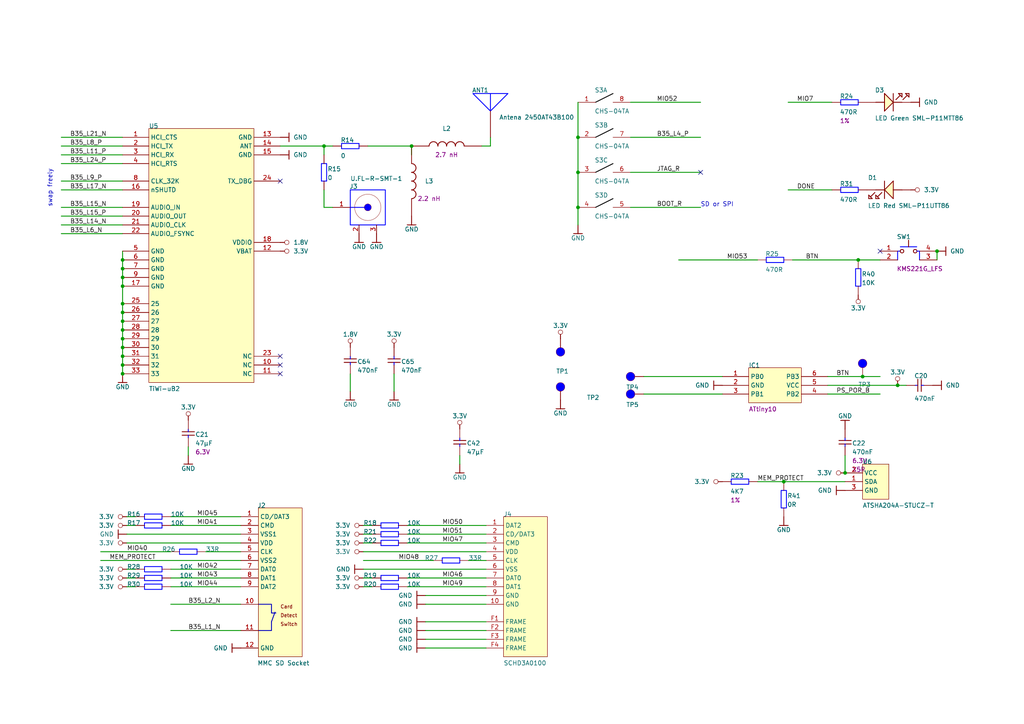
<source format=kicad_sch>
(kicad_sch (version 20230121) (generator eeschema)
  (paper "A4")
  (title_block (title "ZoM Mod A - OnBoard Peripherals") (date "12/16/2014") (rev "01"))
  (junction (at 35.56 93.1672))
  (junction (at 167.64 49.9872))
  (junction (at 35.56 80.4672))
  (junction (at 35.56 75.3872))
  (junction (at 35.56 77.9272))
  (junction (at 35.56 90.6272))
  (junction (at 248.92 75.3872))
  (junction (at 167.64 60.1472))
  (junction (at 35.56 98.2472))
  (junction (at 167.64 39.8272))
  (junction (at 35.56 105.8672))
  (junction (at 35.56 100.7872))
  (junction (at 35.56 88.0872))
  (junction (at 250.19 109.22))
  (junction (at 260.35 111.76))
  (junction (at 35.56 83.0072))
  (junction (at 227.33 139.7))
  (junction (at 35.56 95.7072))
  (junction (at 35.56 103.3272))
  (junction (at 271.78 72.8472))
  (junction (at 245.11 137.16))
  (junction (at 35.56 108.4072))
  (junction (at 93.98 42.3672))
  (junction (at 119.38 42.3672))
  (no_connect (at 81.28 52.5272))
  (no_connect (at 203.2 49.9872))
  (no_connect (at 81.28 108.4072))
  (no_connect (at 81.28 105.8672))
  (no_connect (at 81.28 103.3272))
  (no_connect (at 255.27 72.8472))
  (wire (pts (xy 255.27 75.3872) (xy 248.92 75.3872)) (stroke (width 0.254)))
  (wire (pts (xy 35.56 65.2272) (xy 17.78 65.2272)) (stroke (width 0.254)))
  (wire (pts (xy 140.97 182.88) (xy 123.444 182.88)) (stroke (width 0.254)))
  (wire (pts (xy 140.97 167.64) (xy 118.11 167.64)) (stroke (width 0.254)))
  (wire (pts (xy 35.56 77.9272) (xy 35.56 80.4672)) (stroke (width 0.254)))
  (wire (pts (xy 35.56 93.1672) (xy 35.56 95.7072)) (stroke (width 0.254)))
  (wire (pts (xy 167.64 49.9872) (xy 167.64 60.1472)) (stroke (width 0.254)))
  (wire (pts (xy 140.97 185.42) (xy 123.444 185.42)) (stroke (width 0.254)))
  (wire (pts (xy 101.6 113.4872) (xy 101.6 108.4072)) (stroke (width 0.254)))
  (wire (pts (xy 35.56 42.3672) (xy 17.78 42.3672)) (stroke (width 0.254)))
  (wire (pts (xy 209.55 114.3) (xy 186.69 114.3)) (stroke (width 0.254)))
  (wire (pts (xy 245.11 139.7) (xy 227.33 139.7)) (stroke (width 0.254)))
  (wire (pts (xy 35.56 62.6872) (xy 17.78 62.6872)) (stroke (width 0.254)))
  (wire (pts (xy 36.83 170.18) (xy 39.37 170.18)) (stroke (width 0.254)))
  (wire (pts (xy 93.98 60.1472) (xy 93.98 55.0672)) (stroke (width 0.254)))
  (wire (pts (xy 219.71 75.3872) (xy 196.85 75.3872)) (stroke (width 0.254)))
  (wire (pts (xy 35.56 80.4672) (xy 35.56 83.0072)) (stroke (width 0.254)))
  (wire (pts (xy 35.56 55.0672) (xy 17.78 55.0672)) (stroke (width 0.254)))
  (wire (pts (xy 105.41 152.4) (xy 107.95 152.4)) (stroke (width 0.254)))
  (wire (pts (xy 105.41 162.56) (xy 125.73 162.56)) (stroke (width 0.254)))
  (wire (pts (xy 260.35 111.76) (xy 262.89 111.76)) (stroke (width 0.254)))
  (wire (pts (xy 203.2 60.1472) (xy 182.88 60.1472)) (stroke (width 0.254)))
  (wire (pts (xy 69.85 162.56) (xy 29.21 162.56)) (stroke (width 0.254)))
  (wire (pts (xy 240.03 109.22) (xy 250.19 109.22)) (stroke (width 0.254)))
  (wire (pts (xy 140.97 160.02) (xy 105.41 160.02)) (stroke (width 0.254)))
  (wire (pts (xy 106.68 42.3672) (xy 119.38 42.3672)) (stroke (width 0.254)))
  (wire (pts (xy 36.83 154.94) (xy 69.85 154.94)) (stroke (width 0.254)))
  (wire (pts (xy 35.56 95.7072) (xy 35.56 98.2472)) (stroke (width 0.254)))
  (wire (pts (xy 35.56 52.5272) (xy 17.78 52.5272)) (stroke (width 0.254)))
  (wire (pts (xy 35.56 90.6272) (xy 35.56 93.1672)) (stroke (width 0.254)))
  (wire (pts (xy 140.97 154.94) (xy 118.11 154.94)) (stroke (width 0.254)))
  (wire (pts (xy 35.56 72.8472) (xy 35.56 75.3872)) (stroke (width 0.254)))
  (wire (pts (xy 203.2 29.6672) (xy 182.88 29.6672)) (stroke (width 0.254)))
  (wire (pts (xy 36.83 152.4) (xy 39.37 152.4)) (stroke (width 0.254)))
  (wire (pts (xy 36.83 157.48) (xy 69.85 157.48)) (stroke (width 0.254)))
  (wire (pts (xy 203.2 49.9872) (xy 182.88 49.9872)) (stroke (width 0.254)))
  (wire (pts (xy 69.85 152.4) (xy 49.53 152.4)) (stroke (width 0.254)))
  (wire (pts (xy 240.03 111.76) (xy 260.35 111.76)) (stroke (width 0.254)))
  (wire (pts (xy 271.78 75.3872) (xy 271.78 72.8472)) (stroke (width 0.254)))
  (wire (pts (xy 69.85 165.1) (xy 49.53 165.1)) (stroke (width 0.254)))
  (wire (pts (xy 35.56 88.0872) (xy 35.56 90.6272)) (stroke (width 0.254)))
  (wire (pts (xy 35.56 67.7672) (xy 17.78 67.7672)) (stroke (width 0.254)))
  (wire (pts (xy 69.85 182.88) (xy 49.53 182.88)) (stroke (width 0.254)))
  (wire (pts (xy 69.85 170.18) (xy 49.53 170.18)) (stroke (width 0.254)))
  (wire (pts (xy 203.2 39.8272) (xy 182.88 39.8272)) (stroke (width 0.254)))
  (wire (pts (xy 59.69 160.02) (xy 69.85 160.02)) (stroke (width 0.254)))
  (wire (pts (xy 35.56 60.1472) (xy 17.78 60.1472)) (stroke (width 0.254)))
  (wire (pts (xy 139.7 42.3672) (xy 142.24 42.3672)) (stroke (width 0.254)))
  (wire (pts (xy 119.38 44.9072) (xy 119.38 42.3672)) (stroke (width 0.254)))
  (wire (pts (xy 35.56 98.2472) (xy 35.56 100.7872)) (stroke (width 0.254)))
  (wire (pts (xy 69.85 175.26) (xy 49.53 175.26)) (stroke (width 0.254)))
  (wire (pts (xy 35.56 103.3272) (xy 35.56 105.8672)) (stroke (width 0.254)))
  (wire (pts (xy 140.97 175.26) (xy 123.444 175.26)) (stroke (width 0.254)))
  (wire (pts (xy 35.56 47.4472) (xy 17.78 47.4472)) (stroke (width 0.254)))
  (wire (pts (xy 35.56 39.8272) (xy 17.78 39.8272)) (stroke (width 0.254)))
  (wire (pts (xy 36.83 149.86) (xy 39.37 149.86)) (stroke (width 0.254)))
  (wire (pts (xy 140.97 187.96) (xy 123.444 187.96)) (stroke (width 0.254)))
  (wire (pts (xy 105.41 154.94) (xy 107.95 154.94)) (stroke (width 0.254)))
  (wire (pts (xy 140.97 165.1) (xy 105.41 165.1)) (stroke (width 0.254)))
  (wire (pts (xy 140.97 170.18) (xy 118.11 170.18)) (stroke (width 0.254)))
  (wire (pts (xy 228.6 55.0672) (xy 241.3 55.0672)) (stroke (width 0.254)))
  (wire (pts (xy 35.56 75.3872) (xy 35.56 77.9272)) (stroke (width 0.254)))
  (wire (pts (xy 35.56 105.8672) (xy 35.56 108.4072)) (stroke (width 0.254)))
  (wire (pts (xy 167.64 60.1472) (xy 167.64 65.2272)) (stroke (width 0.254)))
  (wire (pts (xy 167.64 39.8272) (xy 167.64 49.9872)) (stroke (width 0.254)))
  (wire (pts (xy 140.97 152.4) (xy 118.11 152.4)) (stroke (width 0.254)))
  (wire (pts (xy 35.56 44.9072) (xy 17.78 44.9072)) (stroke (width 0.254)))
  (wire (pts (xy 35.56 100.7872) (xy 35.56 103.3272)) (stroke (width 0.254)))
  (wire (pts (xy 240.03 114.3) (xy 255.27 114.3)) (stroke (width 0.254)))
  (wire (pts (xy 142.24 42.3672) (xy 142.24 39.8272)) (stroke (width 0.254)))
  (wire (pts (xy 140.97 172.72) (xy 123.444 172.72)) (stroke (width 0.254)))
  (wire (pts (xy 248.92 75.3872) (xy 229.87 75.3872)) (stroke (width 0.254)))
  (wire (pts (xy 105.41 157.48) (xy 107.95 157.48)) (stroke (width 0.254)))
  (wire (pts (xy 133.35 134.62) (xy 133.35 132.08)) (stroke (width 0.254)))
  (wire (pts (xy 140.97 157.48) (xy 118.11 157.48)) (stroke (width 0.254)))
  (wire (pts (xy 114.3 113.4872) (xy 114.3 108.4072)) (stroke (width 0.254)))
  (wire (pts (xy 69.85 149.86) (xy 49.53 149.86)) (stroke (width 0.254)))
  (wire (pts (xy 29.21 160.02) (xy 49.53 160.02)) (stroke (width 0.254)))
  (wire (pts (xy 227.33 139.7) (xy 219.71 139.7)) (stroke (width 0.254)))
  (wire (pts (xy 245.11 137.16) (xy 245.11 132.08)) (stroke (width 0.254)))
  (wire (pts (xy 250.19 109.22) (xy 255.27 109.22)) (stroke (width 0.254)))
  (wire (pts (xy 105.41 170.18) (xy 107.95 170.18)) (stroke (width 0.254)))
  (wire (pts (xy 209.55 109.22) (xy 186.69 109.22)) (stroke (width 0.254)))
  (wire (pts (xy 135.89 162.56) (xy 140.97 162.56)) (stroke (width 0.254)))
  (wire (pts (xy 36.83 167.64) (xy 39.37 167.64)) (stroke (width 0.254)))
  (wire (pts (xy 81.28 42.3672) (xy 93.98 42.3672)) (stroke (width 0.254)))
  (wire (pts (xy 167.64 29.6672) (xy 167.64 39.8272)) (stroke (width 0.254)))
  (wire (pts (xy 140.97 180.34) (xy 123.444 180.34)) (stroke (width 0.254)))
  (wire (pts (xy 54.61 132.08) (xy 54.61 129.54)) (stroke (width 0.254)))
  (wire (pts (xy 96.52 60.1472) (xy 93.98 60.1472)) (stroke (width 0.254)))
  (wire (pts (xy 69.85 167.64) (xy 49.53 167.64)) (stroke (width 0.254)))
  (wire (pts (xy 228.6 29.6672) (xy 241.3 29.6672)) (stroke (width 0.254)))
  (wire (pts (xy 105.41 167.64) (xy 107.95 167.64)) (stroke (width 0.254)))
  (wire (pts (xy 93.98 42.3672) (xy 96.52 42.3672)) (stroke (width 0.254)))
  (wire (pts (xy 93.98 44.9072) (xy 93.98 42.3672)) (stroke (width 0.254)))
  (wire (pts (xy 36.83 165.1) (xy 39.37 165.1)) (stroke (width 0.254)))
  (wire (pts (xy 35.56 83.0072) (xy 35.56 88.0872)) (stroke (width 0.254)))
  (text "swap freely" (at 15.24 60.1472 90) (effects (font (size 1.27 1.27)) (justify left bottom)))
  (text "SD or SPI" (at 203.2 60.1472 0) (effects (font (size 1.27 1.27)) (justify left bottom)))
  (label "MIO45" (at 57.15 149.86 180))
  (label "MIO53" (at 210.82 75.3872 180))
  (label "B35_L15_N" (at 20.32 60.1472 180))
  (label "MEM_PROTECT" (at 31.75 162.56 180))
  (label "BTN" (at 242.57 109.22 180))
  (label "MIO49" (at 128.27 170.18 180))
  (label "B35_L6_N" (at 20.32 67.7672 180))
  (label "MIO42" (at 57.15 165.1 180))
  (label "B35_L15_P" (at 20.32 62.6872 180))
  (label "JTAG_R" (at 190.5 49.9872 180))
  (label "B35_L14_N" (at 20.32 65.2272 180))
  (label "MIO41" (at 57.15 152.4 180))
  (label "MEM_PROTECT" (at 219.71 139.7 180))
  (label "MIO7" (at 231.14 29.6672 180))
  (label "MIO43" (at 57.15 167.64 180))
  (label "MIO50" (at 128.27 152.4 180))
  (label "B35_L8_P" (at 20.32 42.3672 180))
  (label "MIO44" (at 57.15 170.18 180))
  (label "MIO47" (at 128.27 157.48 180))
  (label "B35_L2_N" (at 54.61 175.26 180))
  (label "BOOT_R" (at 190.5 60.1472 180))
  (label "B35_L9_P" (at 20.32 52.5272 180))
  (label "B35_L24_P" (at 20.32 47.4472 180))
  (label "DONE" (at 231.14 55.0672 180))
  (label "MIO52" (at 190.5 29.6672 180))
  (label "MIO46" (at 128.27 167.64 180))
  (label "BTN" (at 233.68 75.3872 180))
  (label "PS_POR_B" (at 242.57 114.3 180))
  (label "MIO40" (at 36.83 160.02 180))
  (label "B35_L21_N" (at 20.32 39.8272 180))
  (label "B35_L11_P" (at 20.32 44.9072 180))
  (label "MIO48" (at 115.57 162.56 180))
  (label "B35_L1_N" (at 54.61 182.88 180))
  (label "B35_L4_P" (at 190.5 39.8272 180))
  (label "MIO51" (at 128.27 154.94 180))
  (label "B35_L17_N" (at 20.32 55.0672 180))
  (symbol (lib_id "OBPeripheral-altium-import:GND") (at 271.78 72.8472 90) (unit 1)
    (property "Reference" "#PWR?" (effects hide))
    (property "Value" "GND" (at 275.59 72.8472 90) (effects (justify right)))
  )
  (symbol (lib_id "OBPeripheral-altium-import:3.3V") (at 105.41 160.02 270) (unit 1)
    (property "Reference" "#PWR?" (effects hide))
    (property "Value" "3.3V" (at 101.6 160.02 90) (effects (justify right)))
  )
  (symbol (lib_id "OBPeripheral-altium-import:root_1_RES") (at 107.95 152.4 0) (unit 1)
    (property "Reference" "R18" (at 105.41 152.4 0) (effects (justify left bottom)))
    (property "Value" "10K" (at 118.11 152.4 0) (effects (justify left bottom)))
    (property "Footprint" "RESC0603X26N" (effects hide))
    (property "AN" "24914" (effects hide))
    (property "TOLERANCE" "1%" (effects hide))
    (property "CASE" "0603 (0201)" (effects hide))
    (property "MIXED" "SMT" (effects hide))
    (property "ALTIUM_VALUE" "10K" (effects hide))
    (property "HELPURL" "B~{:}A~{D}adli~{b}datashee~{t}R0201" (effects hide))
    (property "PREFERRED" "Yes" (effects hide))
  )
  (symbol (lib_id "OBPeripheral-altium-import:GND") (at 123.444 172.72 270) (unit 1)
    (property "Reference" "#PWR?" (effects hide))
    (property "Value" "GND" (at 119.634 172.72 90) (effects (justify right)))
  )
  (symbol (lib_id "OBPeripheral-altium-import:GND") (at 227.33 149.86 0) (unit 1)
    (property "Reference" "#PWR?" (effects hide))
    (property "Value" "GND" (at 227.33 153.67 0))
  )
  (symbol (lib_id "OBPeripheral-altium-import:root_1_TP") (at 160.02 103.3272 0) (unit 1)
    (property "Reference" "TP1" (at 161.29 108.4072 0) (effects (justify left bottom)))
    (property "Value" "TP" (effects hide))
    (property "Footprint" "TP-SMD-2mm" (effects hide))
    (property "ALTIUM_VALUE" "TP-SMD-2mm" (effects hide))
    (property "ID" "4" (effects hide))
    (property "COMPONENT" "TP-SMD-2mm" (effects hide))
  )
  (symbol (lib_id "OBPeripheral-altium-import:3.3V") (at 260.35 111.76 180) (unit 1)
    (property "Reference" "#PWR?" (effects hide))
    (property "Value" "3.3V" (at 260.35 107.95 0))
  )
  (symbol (lib_id "OBPeripheral-altium-import:root_3_TP") (at 165.1 110.9472 0) (unit 1)
    (property "Reference" "TP2" (at 170.18 116.0272 0) (effects (justify left bottom)))
    (property "Value" "TP" (effects hide))
    (property "Footprint" "TP-SMD-2mm" (effects hide))
    (property "ALTIUM_VALUE" "TP-SMD-2mm" (effects hide))
    (property "ID" "4" (effects hide))
    (property "COMPONENT" "TP-SMD-2mm" (effects hide))
  )
  (symbol (lib_id "OBPeripheral-altium-import:root_0_TiWi-uB2") (at 43.18 37.2872 0) (unit 1)
    (property "Reference" "U5" (at 43.18 37.2872 0) (effects (justify left bottom)))
    (property "Value" "TiWi-uB2" (at 43.18 113.4872 0) (effects (justify left bottom)))
    (property "Footprint" "TiWi-uB2" (effects hide))
  )
  (symbol (lib_id "OBPeripheral-altium-import:root_3_LED_ROT") (at 264.16 55.0672 0) (unit 1)
    (property "Reference" "D1" (at 251.714 52.2732 0) (effects (justify left bottom)))
    (property "Value" "LED Red SML-P11UTT86" (at 251.714 60.4012 0) (effects (justify left bottom)))
    (property "Footprint" "LEDC1006X25N_RED" (effects hide))
    (property "AN" "24212" (effects hide))
    (property "CASE" "1005 (0402)" (effects hide))
    (property "HELPURL" "B~{:}A~{D}adli~{b}datashee~{t}SML-P1" (effects hide))
    (property "MIXED" "SMT" (effects hide))
    (property "PREFERRED" "Yes" (effects hide))
  )
  (symbol (lib_id "OBPeripheral-altium-import:GND") (at 104.14 67.7672 0) (unit 1)
    (property "Reference" "#PWR?" (effects hide))
    (property "Value" "GND" (at 104.14 71.5772 0))
  )
  (symbol (lib_id "OBPeripheral-altium-import:root_1_RES") (at 107.95 167.64 0) (unit 1)
    (property "Reference" "R19" (at 105.41 167.64 0) (effects (justify left bottom)))
    (property "Value" "10K" (at 118.11 167.64 0) (effects (justify left bottom)))
    (property "Footprint" "RESC0603X26N" (effects hide))
    (property "AN" "24914" (effects hide))
    (property "TOLERANCE" "1%" (effects hide))
    (property "CASE" "0603 (0201)" (effects hide))
    (property "MIXED" "SMT" (effects hide))
    (property "ALTIUM_VALUE" "10K" (effects hide))
    (property "HELPURL" "B~{:}A~{D}adli~{b}datashee~{t}R0201" (effects hide))
    (property "PREFERRED" "Yes" (effects hide))
  )
  (symbol (lib_id "OBPeripheral-altium-import:root_1_RES") (at 96.52 42.3672 0) (unit 1)
    (property "Reference" "R14" (at 98.806 41.3512 0) (effects (justify left bottom)))
    (property "Value" "0" (at 98.806 45.9232 0) (effects (justify left bottom)))
    (property "Footprint" "RESC0603X26N" (effects hide))
    (property "AN" "25021" (effects hide))
    (property "CASE" "0603 (0201)" (effects hide))
    (property "MIXED" "SMT" (effects hide))
    (property "ALTIUM_VALUE" "33" (effects hide))
    (property "HELPURL" "B~{:}A~{D}adli~{b}datashee~{t}R0201" (effects hide))
    (property "PREFERRED" "Yes" (effects hide))
  )
  (symbol (lib_id "OBPeripheral-altium-import:root_0_TP") (at 181.61 106.68 0) (unit 1)
    (property "Reference" "TP4" (at 181.61 113.03 0) (effects (justify left bottom)))
    (property "Value" "TP" (effects hide))
    (property "Footprint" "TP-SMD-2mm" (effects hide))
    (property "ALTIUM_VALUE" "TP-SMD-2mm" (effects hide))
    (property "ID" "4" (effects hide))
    (property "COMPONENT" "TP-SMD-2mm" (effects hide))
  )
  (symbol (lib_id "OBPeripheral-altium-import:3.3V") (at 264.16 55.0672 90) (unit 1)
    (property "Reference" "#PWR?" (effects hide))
    (property "Value" "3.3V" (at 267.97 55.0672 90) (effects (justify right)))
  )
  (symbol (lib_id "OBPeripheral-altium-import:3.3V") (at 248.92 85.5472 0) (unit 1)
    (property "Reference" "#PWR?" (effects hide))
    (property "Value" "3.3V" (at 248.92 89.3572 0))
  )
  (symbol (lib_id "OBPeripheral-altium-import:GND") (at 114.3 113.4872 0) (unit 1)
    (property "Reference" "#PWR?" (effects hide))
    (property "Value" "GND" (at 114.3 117.2972 0))
  )
  (symbol (lib_id "OBPeripheral-altium-import:GND") (at 123.444 180.34 270) (unit 1)
    (property "Reference" "#PWR?" (effects hide))
    (property "Value" "GND" (at 119.634 180.34 90) (effects (justify right)))
  )
  (symbol (lib_id "OBPeripheral-altium-import:root_0_UFL") (at 106.68 60.1472 0) (unit 1)
    (property "Reference" "J3" (at 101.346 54.8132 0) (effects (justify left bottom)))
    (property "Value" "U.FL-R-SMT-1" (at 101.6 52.5272 0) (effects (justify left bottom)))
    (property "Footprint" "U.FL-R-SMT-1" (effects hide))
    (property "AN" "25605" (effects hide))
    (property "MIXED" "SMT" (effects hide))
    (property "HELPURL" "B~{:}A~{D}adli~{b}datashee~{t}U.FL" (effects hide))
  )
  (symbol (lib_id "OBPeripheral-altium-import:root_0_RES") (at 227.33 139.7 0) (unit 1)
    (property "Reference" "R41" (at 228.346 144.526 0) (effects (justify left bottom)))
    (property "Value" "0R" (at 228.346 147.066 0) (effects (justify left bottom)))
    (property "Footprint" "RESC1005X40N" (effects hide))
    (property "AN" "22738" (effects hide))
    (property "CASE" "1005 (0402)" (effects hide))
    (property "MIXED" "SMT" (effects hide))
    (property "ALTIUM_VALUE" "0" (effects hide))
    (property "PREFERRED" "Yes" (effects hide))
  )
  (symbol (lib_id "OBPeripheral-altium-import:root_1_RES") (at 39.37 165.1 0) (unit 1)
    (property "Reference" "R28" (at 36.83 165.1 0) (effects (justify left bottom)))
    (property "Value" "10K" (at 52.07 165.1 0) (effects (justify left bottom)))
    (property "Footprint" "RESC0603X26N" (effects hide))
    (property "AN" "24914" (effects hide))
    (property "TOLERANCE" "1%" (effects hide))
    (property "CASE" "0603 (0201)" (effects hide))
    (property "MIXED" "SMT" (effects hide))
    (property "ALTIUM_VALUE" "10K" (effects hide))
    (property "HELPURL" "B~{:}A~{D}adli~{b}datashee~{t}R0201" (effects hide))
    (property "PREFERRED" "Yes" (effects hide))
  )
  (symbol (lib_id "OBPeripheral-altium-import:3.3V") (at 105.41 154.94 270) (unit 1)
    (property "Reference" "#PWR?" (effects hide))
    (property "Value" "3.3V" (at 101.6 154.94 90) (effects (justify right)))
  )
  (symbol (lib_id "OBPeripheral-altium-import:GND") (at 81.28 44.9072 90) (unit 1)
    (property "Reference" "#PWR?" (effects hide))
    (property "Value" "GND" (at 85.09 44.9072 90) (effects (justify right)))
  )
  (symbol (lib_id "OBPeripheral-altium-import:3.3V") (at 114.3 100.7872 180) (unit 1)
    (property "Reference" "#PWR?" (effects hide))
    (property "Value" "3.3V" (at 114.3 96.9772 0))
  )
  (symbol (lib_id "OBPeripheral-altium-import:3.3V") (at 133.35 124.46 180) (unit 1)
    (property "Reference" "#PWR?" (effects hide))
    (property "Value" "3.3V" (at 133.35 120.65 0))
  )
  (symbol (lib_id "OBPeripheral-altium-import:root_3_RES") (at 251.46 55.0672 0) (unit 1)
    (property "Reference" "R31" (at 243.586 54.0512 0) (effects (justify left bottom)))
    (property "Value" "470R" (at 243.586 58.6232 0) (effects (justify left bottom)))
    (property "Footprint" "RESC1005X40N" (effects hide))
    (property "AN" "22769" (effects hide))
    (property "CASE" "1005 (0402)" (effects hide))
    (property "ALTIUM_VALUE" "470" (effects hide))
    (property "MIXED" "SMT" (effects hide))
    (property "TOLERANCE" "1%" (effects hide))
    (property "PREFERRED" "Yes" (effects hide))
  )
  (symbol (lib_id "OBPeripheral-altium-import:root_1_RES") (at 39.37 167.64 0) (unit 1)
    (property "Reference" "R29" (at 36.83 167.64 0) (effects (justify left bottom)))
    (property "Value" "10K" (at 52.07 167.64 0) (effects (justify left bottom)))
    (property "Footprint" "RESC0603X26N" (effects hide))
    (property "AN" "24914" (effects hide))
    (property "TOLERANCE" "1%" (effects hide))
    (property "CASE" "0603 (0201)" (effects hide))
    (property "MIXED" "SMT" (effects hide))
    (property "ALTIUM_VALUE" "10K" (effects hide))
    (property "HELPURL" "B~{:}A~{D}adli~{b}datashee~{t}R0201" (effects hide))
    (property "PREFERRED" "Yes" (effects hide))
  )
  (symbol (lib_id "OBPeripheral-altium-import:root_0_CHS-04TA") (at 167.64 29.6672 0) (unit 1)
    (property "Reference" "S3" (at 172.466 26.8732 0) (effects (justify left bottom)))
    (property "Value" "CHS-04TA" (at 172.466 32.9692 0) (effects (justify left bottom)))
    (property "Footprint" "CHS-04TA" (effects hide))
    (property "AN" "23417" (effects hide))
    (property "HELPURL" "B~{:}A~{D}adli~{b}datashee~{t}CHS" (effects hide))
    (property "TRENZ-STOCK" "Yes" (effects hide))
    (property "MIXED" "SMT" (effects hide))
    (property "PREFERRED" "Yes" (effects hide))
  )
  (symbol (lib_id "OBPeripheral-altium-import:root_0_RES") (at 248.92 75.3872 0) (unit 1)
    (property "Reference" "R40" (at 249.936 80.2132 0) (effects (justify left bottom)))
    (property "Value" "10K" (at 249.936 82.7532 0) (effects (justify left bottom)))
    (property "Footprint" "RESC0603X26N" (effects hide))
    (property "AN" "24914" (effects hide))
    (property "CASE" "0603 (0201)" (effects hide))
    (property "ALTIUM_VALUE" "10K" (effects hide))
    (property "HELPURL" "B~{:}A~{D}adli~{b}datashee~{t}R0201" (effects hide))
    (property "TOLERANCE" "1%" (effects hide))
    (property "MIXED" "SMT" (effects hide))
    (property "PREFERRED" "Yes" (effects hide))
  )
  (symbol (lib_id "OBPeripheral-altium-import:GND") (at 54.61 132.08 0) (unit 1)
    (property "Reference" "#PWR?" (effects hide))
    (property "Value" "GND" (at 54.61 135.89 0))
  )
  (symbol (lib_id "OBPeripheral-altium-import:GND") (at 69.85 187.96 270) (unit 1)
    (property "Reference" "#PWR?" (effects hide))
    (property "Value" "GND" (at 66.04 187.96 90) (effects (justify right)))
  )
  (symbol (lib_id "OBPeripheral-altium-import:3.3V") (at 36.83 149.86 270) (unit 1)
    (property "Reference" "#PWR?" (effects hide))
    (property "Value" "3.3V" (at 33.02 149.86 90) (effects (justify right)))
  )
  (symbol (lib_id "OBPeripheral-altium-import:root_0_CHS-04TA") (at 167.64 39.8272 0) (unit 2)
    (property "Reference" "S3" (at 172.466 37.0332 0) (effects (justify left bottom)))
    (property "Value" "CHS-04TA" (at 172.466 43.1292 0) (effects (justify left bottom)))
    (property "Footprint" "CHS-04TA" (effects hide))
    (property "AN" "23417" (effects hide))
    (property "HELPURL" "B~{:}A~{D}adli~{b}datashee~{t}CHS" (effects hide))
    (property "TRENZ-STOCK" "Yes" (effects hide))
    (property "MIXED" "SMT" (effects hide))
    (property "PREFERRED" "Yes" (effects hide))
  )
  (symbol (lib_id "OBPeripheral-altium-import:GND") (at 119.38 62.6872 0) (unit 1)
    (property "Reference" "#PWR?" (effects hide))
    (property "Value" "GND" (at 119.38 66.4972 0))
  )
  (symbol (lib_id "OBPeripheral-altium-import:root_0_CAP-NP") (at 245.11 124.46 0) (unit 1)
    (property "Reference" "C22" (at 247.142 129.286 0) (effects (justify left bottom)))
    (property "Value" "470nF" (at 247.142 131.826 0) (effects (justify left bottom)))
    (property "Footprint" "CAPC0603X33N" (effects hide))
    (property "AN" "24921" (effects hide))
    (property "CASE" "0603 (0201)" (effects hide))
    (property "ALTIUM_VALUE" "470n" (effects hide))
    (property "VOLTAGE" "6.3V" (at 247.142 134.366 0) (effects (justify left bottom)))
    (property "TECHNOLOGY" "X5R" (at 247.142 136.906 0) (effects (justify left bottom)))
    (property "TOLERANCE" "20%" (effects hide))
    (property "MIXED" "SMT" (effects hide))
    (property "PREFERRED" "Yes" (effects hide))
  )
  (symbol (lib_id "OBPeripheral-altium-import:root_0_104C-TAA0-R") (at 74.93 147.32 0) (unit 1)
    (property "Reference" "J2" (at 74.676 147.32 0) (effects (justify left bottom)))
    (property "Value" "MMC SD Socket" (at 74.676 193.04 0) (effects (justify left bottom)))
    (property "Footprint" "104C-TAA0-R" (effects hide))
    (property "AN" "24818" (effects hide))
    (property "CASE" "MMC SD" (effects hide))
    (property "HELPURL" "B~{:}A~{D}adli~{b}datashee~{t}104C-TAA0-R" (effects hide))
    (property "TRENZ-STOCK" "Yes" (effects hide))
    (property "MIXED" "SMT" (effects hide))
  )
  (symbol (lib_id "OBPeripheral-altium-import:GND") (at 35.56 108.4072 0) (unit 1)
    (property "Reference" "#PWR?" (effects hide))
    (property "Value" "GND" (at 35.56 112.2172 0))
  )
  (symbol (lib_id "OBPeripheral-altium-import:3.3V") (at 105.41 152.4 270) (unit 1)
    (property "Reference" "#PWR?" (effects hide))
    (property "Value" "3.3V" (at 101.6 152.4 90) (effects (justify right)))
  )
  (symbol (lib_id "OBPeripheral-altium-import:GND") (at 81.28 39.8272 90) (unit 1)
    (property "Reference" "#PWR?" (effects hide))
    (property "Value" "GND" (at 85.09 39.8272 90) (effects (justify right)))
  )
  (symbol (lib_id "OBPeripheral-altium-import:root_1_RES") (at 107.95 170.18 0) (unit 1)
    (property "Reference" "R20" (at 105.41 170.18 0) (effects (justify left bottom)))
    (property "Value" "10K" (at 118.11 170.18 0) (effects (justify left bottom)))
    (property "Footprint" "RESC0603X26N" (effects hide))
    (property "AN" "24914" (effects hide))
    (property "TOLERANCE" "1%" (effects hide))
    (property "CASE" "0603 (0201)" (effects hide))
    (property "MIXED" "SMT" (effects hide))
    (property "ALTIUM_VALUE" "10K" (effects hide))
    (property "HELPURL" "B~{:}A~{D}adli~{b}datashee~{t}R0201" (effects hide))
    (property "PREFERRED" "Yes" (effects hide))
  )
  (symbol (lib_id "OBPeripheral-altium-import:GND") (at 123.444 182.88 270) (unit 1)
    (property "Reference" "#PWR?" (effects hide))
    (property "Value" "GND" (at 119.634 182.88 90) (effects (justify right)))
  )
  (symbol (lib_id "OBPeripheral-altium-import:root_0_CAP-NP") (at 114.3 100.7872 0) (unit 1)
    (property "Reference" "C65" (at 116.332 105.6132 0) (effects (justify left bottom)))
    (property "Value" "470nF" (at 116.332 108.1532 0) (effects (justify left bottom)))
    (property "Footprint" "CAPC0603X33N" (effects hide))
    (property "AN" "24921" (effects hide))
    (property "CASE" "0603 (0201)" (effects hide))
    (property "ALTIUM_VALUE" "470n" (effects hide))
    (property "VOLTAGE" "6.3V" (effects hide))
    (property "TECHNOLOGY" "X5R" (effects hide))
    (property "TOLERANCE" "20%" (effects hide))
    (property "MIXED" "SMT" (effects hide))
    (property "PREFERRED" "Yes" (effects hide))
  )
  (symbol (lib_id "OBPeripheral-altium-import:GND") (at 123.444 185.42 270) (unit 1)
    (property "Reference" "#PWR?" (effects hide))
    (property "Value" "GND" (at 119.634 185.42 90) (effects (justify right)))
  )
  (symbol (lib_id "OBPeripheral-altium-import:1.8V") (at 101.6 100.7872 180) (unit 1)
    (property "Reference" "#PWR?" (effects hide))
    (property "Value" "1.8V" (at 101.6 96.9772 0))
  )
  (symbol (lib_id "OBPeripheral-altium-import:root_0_TP") (at 181.61 111.76 0) (unit 1)
    (property "Reference" "TP5" (at 181.61 118.11 0) (effects (justify left bottom)))
    (property "Value" "TP" (effects hide))
    (property "Footprint" "TP-SMD-2mm" (effects hide))
    (property "ALTIUM_VALUE" "TP-SMD-2mm" (effects hide))
    (property "ID" "4" (effects hide))
    (property "COMPONENT" "TP-SMD-2mm" (effects hide))
  )
  (symbol (lib_id "OBPeripheral-altium-import:root_1_RES") (at 125.73 162.56 0) (unit 1)
    (property "Reference" "R27" (at 123.19 162.56 0) (effects (justify left bottom)))
    (property "Value" "33R" (at 135.89 162.56 0) (effects (justify left bottom)))
    (property "Footprint" "RESC0603X26N" (effects hide))
    (property "AN" "25021" (effects hide))
    (property "CASE" "0603 (0201)" (effects hide))
    (property "MIXED" "SMT" (effects hide))
    (property "ALTIUM_VALUE" "33" (effects hide))
    (property "HELPURL" "B~{:}A~{D}adli~{b}datashee~{t}R0201" (effects hide))
    (property "PREFERRED" "Yes" (effects hide))
  )
  (symbol (lib_id "OBPeripheral-altium-import:3.3V") (at 36.83 170.18 270) (unit 1)
    (property "Reference" "#PWR?" (effects hide))
    (property "Value" "3.3V" (at 33.02 170.18 90) (effects (justify right)))
  )
  (symbol (lib_id "OBPeripheral-altium-import:root_1_RES") (at 49.53 160.02 0) (unit 1)
    (property "Reference" "R26" (at 46.99 160.02 0) (effects (justify left bottom)))
    (property "Value" "33R" (at 59.69 160.02 0) (effects (justify left bottom)))
    (property "Footprint" "RESC0603X26N" (effects hide))
    (property "AN" "25021" (effects hide))
    (property "CASE" "0603 (0201)" (effects hide))
    (property "MIXED" "SMT" (effects hide))
    (property "ALTIUM_VALUE" "33" (effects hide))
    (property "HELPURL" "B~{:}A~{D}adli~{b}datashee~{t}R0201" (effects hide))
    (property "PREFERRED" "Yes" (effects hide))
  )
  (symbol (lib_id "OBPeripheral-altium-import:3.3V") (at 36.83 167.64 270) (unit 1)
    (property "Reference" "#PWR?" (effects hide))
    (property "Value" "3.3V" (at 33.02 167.64 90) (effects (justify right)))
  )
  (symbol (lib_id "OBPeripheral-altium-import:root_0_IND-Ferrite") (at 129.54 37.2872 0) (unit 1)
    (property "Reference" "L2" (at 129.54 37.2872 0))
    (property "Value" "IND-Ferrite" (effects hide))
    (property "Footprint" "RESC1005X40R" (effects hide))
    (property "US_VISIBLESCH" "2.7 nH" (at 129.54 44.9072 0))
  )
  (symbol (lib_id "OBPeripheral-altium-import:GND") (at 133.35 134.62 0) (unit 1)
    (property "Reference" "#PWR?" (effects hide))
    (property "Value" "GND" (at 133.35 138.43 0))
  )
  (symbol (lib_id "OBPeripheral-altium-import:GND") (at 109.22 67.7672 0) (unit 1)
    (property "Reference" "#PWR?" (effects hide))
    (property "Value" "GND" (at 109.22 71.5772 0))
  )
  (symbol (lib_id "OBPeripheral-altium-import:root_1_RES") (at 39.37 152.4 0) (unit 1)
    (property "Reference" "R17" (at 36.83 152.4 0) (effects (justify left bottom)))
    (property "Value" "10K" (at 49.53 152.4 0) (effects (justify left bottom)))
    (property "Footprint" "RESC0603X26N" (effects hide))
    (property "AN" "24914" (effects hide))
    (property "TOLERANCE" "1%" (effects hide))
    (property "CASE" "0603 (0201)" (effects hide))
    (property "MIXED" "SMT" (effects hide))
    (property "ALTIUM_VALUE" "10K" (effects hide))
    (property "HELPURL" "B~{:}A~{D}adli~{b}datashee~{t}R0201" (effects hide))
    (property "PREFERRED" "Yes" (effects hide))
  )
  (symbol (lib_id "OBPeripheral-altium-import:root_0_ATSHA204-TSU-T") (at 250.19 134.62 0) (unit 1)
    (property "Reference" "U6" (at 250.19 134.62 0) (effects (justify left bottom)))
    (property "Value" "ATSHA204A-STUCZ-T" (at 250.19 147.32 0) (effects (justify left bottom)))
    (property "Footprint" "SOT95P237X112-3N" (effects hide))
    (property "AN" "26027" (effects hide))
    (property "CASE" "SOT23-3" (effects hide))
    (property "MIXED" "SMT" (effects hide))
    (property "TRENZ-STOCK" "Yes" (effects hide))
    (property "HELPURL" "B~{:}A~{D}adli~{b}datashee~{t}ATSHA204" (effects hide))
  )
  (symbol (lib_id "OBPeripheral-altium-import:root_1_RES") (at 107.95 154.94 0) (unit 1)
    (property "Reference" "R21" (at 105.41 154.94 0) (effects (justify left bottom)))
    (property "Value" "10K" (at 118.11 154.94 0) (effects (justify left bottom)))
    (property "Footprint" "RESC0603X26N" (effects hide))
    (property "AN" "24914" (effects hide))
    (property "TOLERANCE" "1%" (effects hide))
    (property "CASE" "0603 (0201)" (effects hide))
    (property "MIXED" "SMT" (effects hide))
    (property "ALTIUM_VALUE" "10K" (effects hide))
    (property "HELPURL" "B~{:}A~{D}adli~{b}datashee~{t}R0201" (effects hide))
    (property "PREFERRED" "Yes" (effects hide))
  )
  (symbol (lib_id "OBPeripheral-altium-import:GND") (at 264.16 29.6672 90) (unit 1)
    (property "Reference" "#PWR?" (effects hide))
    (property "Value" "GND" (at 267.97 29.6672 90) (effects (justify right)))
  )
  (symbol (lib_id "OBPeripheral-altium-import:root_2_RES") (at 93.98 55.0672 0) (unit 1)
    (property "Reference" "R15" (at 94.996 49.7332 0) (effects (justify left bottom)))
    (property "Value" "0" (at 94.996 52.2732 0) (effects (justify left bottom)))
    (property "Footprint" "RESC0603X26N" (effects hide))
    (property "AN" "25021" (effects hide))
    (property "CASE" "0603 (0201)" (effects hide))
    (property "MIXED" "SMT" (effects hide))
    (property "ALTIUM_VALUE" "33" (effects hide))
    (property "HELPURL" "B~{:}A~{D}adli~{b}datashee~{t}R0201" (effects hide))
    (property "PREFERRED" "Yes" (effects hide))
  )
  (symbol (lib_id "OBPeripheral-altium-import:root_1_LED_GRUEN") (at 251.46 29.6672 0) (unit 1)
    (property "Reference" "D3" (at 253.746 26.8732 0) (effects (justify left bottom)))
    (property "Value" "LED Green SML-P11MTT86" (at 253.746 35.0012 0) (effects (justify left bottom)))
    (property "Footprint" "LEDC1006X25N_GREEN" (effects hide))
    (property "AN" "24211" (effects hide))
    (property "CASE" "1005 (0402)" (effects hide))
    (property "HELPURL" "B~{:}A~{D}adli~{b}datashee~{t}SML-P1" (effects hide))
    (property "MIXED" "SMT" (effects hide))
    (property "PREFERRED" "Yes" (effects hide))
  )
  (symbol (lib_id "OBPeripheral-altium-import:root_3_RES") (at 229.87 75.3872 0) (unit 1)
    (property "Reference" "R25" (at 221.996 74.3712 0) (effects (justify left bottom)))
    (property "Value" "470R" (at 221.996 78.9432 0) (effects (justify left bottom)))
    (property "Footprint" "RESC1005X40N" (effects hide))
    (property "AN" "22769" (effects hide))
    (property "CASE" "1005 (0402)" (effects hide))
    (property "ALTIUM_VALUE" "470" (effects hide))
    (property "MIXED" "SMT" (effects hide))
    (property "TOLERANCE" "1%" (effects hide))
    (property "PREFERRED" "Yes" (effects hide))
  )
  (symbol (lib_id "OBPeripheral-altium-import:GND") (at 209.55 111.76 270) (unit 1)
    (property "Reference" "#PWR?" (effects hide))
    (property "Value" "GND" (at 205.74 111.76 90) (effects (justify right)))
  )
  (symbol (lib_id "OBPeripheral-altium-import:root_3_TP") (at 252.73 104.14 0) (unit 1)
    (property "Reference" "TP3" (at 248.92 112.268 0) (effects (justify left bottom)))
    (property "Value" "TP" (effects hide))
    (property "Footprint" "TP-SMD-2mm" (effects hide))
    (property "ALTIUM_VALUE" "TP-SMD-2mm" (effects hide))
    (property "ID" "4" (effects hide))
    (property "COMPONENT" "TP-SMD-2mm" (effects hide))
  )
  (symbol (lib_id "OBPeripheral-altium-import:root_0_SCHD3A0100") (at 146.05 149.86 0) (unit 1)
    (property "Reference" "J4" (at 146.05 149.86 0) (effects (justify left bottom)))
    (property "Value" "SCHD3A0100" (at 146.05 193.04 0) (effects (justify left bottom)))
    (property "Footprint" "SCHD3A0100" (effects hide))
    (property "AN" "24993" (effects hide))
    (property "CASE" "microSD" (effects hide))
    (property "HELPURL" "B~{:}A~{D}adli~{b}datashee~{t}SCHD3A0100" (effects hide))
    (property "TRENZ-STOCK" "Yes" (effects hide))
    (property "MIXED" "SMT" (effects hide))
  )
  (symbol (lib_id "OBPeripheral-altium-import:GND") (at 270.51 111.76 90) (unit 1)
    (property "Reference" "#PWR?" (effects hide))
    (property "Value" "GND" (at 274.32 111.76 90) (effects (justify right)))
  )
  (symbol (lib_id "OBPeripheral-altium-import:root_0_CAP-NP") (at 101.6 100.7872 0) (unit 1)
    (property "Reference" "C64" (at 103.632 105.6132 0) (effects (justify left bottom)))
    (property "Value" "470nF" (at 103.632 108.1532 0) (effects (justify left bottom)))
    (property "Footprint" "CAPC0603X33N" (effects hide))
    (property "AN" "24921" (effects hide))
    (property "CASE" "0603 (0201)" (effects hide))
    (property "ALTIUM_VALUE" "470n" (effects hide))
    (property "VOLTAGE" "6.3V" (effects hide))
    (property "TECHNOLOGY" "X5R" (effects hide))
    (property "TOLERANCE" "20%" (effects hide))
    (property "MIXED" "SMT" (effects hide))
    (property "PREFERRED" "Yes" (effects hide))
  )
  (symbol (lib_id "OBPeripheral-altium-import:root_0_ATtiny10") (at 217.17 106.68 0) (unit 1)
    (property "Reference" "IC1" (at 217.17 106.68 0) (effects (justify left bottom)))
    (property "Value" "Atmel AVR ATtiny10" (effects hide))
    (property "Footprint" "SOT23-6" (effects hide))
    (property "ALTIUM_VALUE" "ATtiny10" (at 217.17 119.38 0) (effects (justify left bottom)))
    (property "ID" "9" (effects hide))
    (property "COMPONENT" "ATtiny10" (effects hide))
  )
  (symbol (lib_id "OBPeripheral-altium-import:3.3V") (at 36.83 157.48 270) (unit 1)
    (property "Reference" "#PWR?" (effects hide))
    (property "Value" "3.3V" (at 33.02 157.48 90) (effects (justify right)))
  )
  (symbol (lib_id "OBPeripheral-altium-import:GND") (at 245.11 142.24 270) (unit 1)
    (property "Reference" "#PWR?" (effects hide))
    (property "Value" "GND" (at 241.3 142.24 90) (effects (justify right)))
  )
  (symbol (lib_id "OBPeripheral-altium-import:root_0_CAP-NP") (at 133.35 124.46 0) (unit 1)
    (property "Reference" "C42" (at 135.382 129.286 0) (effects (justify left bottom)))
    (property "Value" "47µF" (at 135.382 131.826 0) (effects (justify left bottom)))
    (property "Footprint" "CAPC3216X180N" (effects hide))
    (property "AN" "24557" (effects hide))
    (property "VOLTAGE" "6.3V" (effects hide))
    (property "TECHNOLOGY" "X5R" (effects hide))
    (property "CASE" "3216 (1206)" (effects hide))
    (property "TOLERANCE" "20%" (effects hide))
    (property "MIXED" "SMT" (effects hide))
    (property "ALTIUM_VALUE" "47u" (effects hide))
    (property "PREFERRED" "Yes" (effects hide))
  )
  (symbol (lib_id "OBPeripheral-altium-import:GND") (at 245.11 124.46 180) (unit 1)
    (property "Reference" "#PWR?" (effects hide))
    (property "Value" "GND" (at 245.11 120.65 0))
  )
  (symbol (lib_id "OBPeripheral-altium-import:root_0_CAP-NP") (at 54.61 121.92 0) (unit 1)
    (property "Reference" "C21" (at 56.642 126.746 0) (effects (justify left bottom)))
    (property "Value" "47µF" (at 56.642 129.286 0) (effects (justify left bottom)))
    (property "Footprint" "CAPC3216X180N" (effects hide))
    (property "AN" "24557" (effects hide))
    (property "VOLTAGE" "6.3V" (at 56.642 131.826 0) (effects (justify left bottom)))
    (property "TECHNOLOGY" "X5R" (effects hide))
    (property "CASE" "3216 (1206)" (effects hide))
    (property "TOLERANCE" "20%" (effects hide))
    (property "MIXED" "SMT" (effects hide))
    (property "ALTIUM_VALUE" "47u" (effects hide))
    (property "PREFERRED" "Yes" (effects hide))
  )
  (symbol (lib_id "OBPeripheral-altium-import:GND") (at 105.41 165.1 270) (unit 1)
    (property "Reference" "#PWR?" (effects hide))
    (property "Value" "GND" (at 101.6 165.1 90) (effects (justify right)))
  )
  (symbol (lib_id "OBPeripheral-altium-import:3.3V") (at 209.55 139.7 270) (unit 1)
    (property "Reference" "#PWR?" (effects hide))
    (property "Value" "3.3V" (at 205.74 139.7 90) (effects (justify right)))
  )
  (symbol (lib_id "OBPeripheral-altium-import:root_3_RES") (at 219.71 139.7 0) (unit 1)
    (property "Reference" "R23" (at 211.836 138.684 0) (effects (justify left bottom)))
    (property "Value" "4K7" (at 211.836 143.256 0) (effects (justify left bottom)))
    (property "Footprint" "RESC0603X26N" (effects hide))
    (property "AN" "25242" (effects hide))
    (property "CASE" "0603 (0201)" (effects hide))
    (property "ALTIUM_VALUE" "4.7K" (effects hide))
    (property "HELPURL" "B~{:}A~{D}adli~{b}datashee~{t}R0201" (effects hide))
    (property "TOLERANCE" "1%" (at 211.836 145.796 0) (effects (justify left bottom)))
    (property "MIXED" "SMT" (effects hide))
    (property "PREFERRED" "Yes" (effects hide))
  )
  (symbol (lib_id "OBPeripheral-altium-import:3.3V") (at 162.56 98.2472 180) (unit 1)
    (property "Reference" "#PWR?" (effects hide))
    (property "Value" "3.3V" (at 162.56 94.4372 0))
  )
  (symbol (lib_id "OBPeripheral-altium-import:1.8V") (at 81.28 70.3072 90) (unit 1)
    (property "Reference" "#PWR?" (effects hide))
    (property "Value" "1.8V" (at 85.09 70.3072 90) (effects (justify right)))
  )
  (symbol (lib_id "OBPeripheral-altium-import:3.3V") (at 54.61 121.92 180) (unit 1)
    (property "Reference" "#PWR?" (effects hide))
    (property "Value" "3.3V" (at 54.61 118.11 0))
  )
  (symbol (lib_id "OBPeripheral-altium-import:root_1_CAP-NP") (at 262.89 111.76 0) (unit 1)
    (property "Reference" "C20" (at 265.176 109.728 0) (effects (justify left bottom)))
    (property "Value" "470nF" (at 265.176 116.332 0) (effects (justify left bottom)))
    (property "Footprint" "CAPC0603X33N" (effects hide))
    (property "AN" "24921" (effects hide))
    (property "CASE" "0603 (0201)" (effects hide))
    (property "ALTIUM_VALUE" "470n" (effects hide))
    (property "VOLTAGE" "6.3V" (effects hide))
    (property "TECHNOLOGY" "X5R" (effects hide))
    (property "TOLERANCE" "20%" (effects hide))
    (property "MIXED" "SMT" (effects hide))
    (property "PREFERRED" "Yes" (effects hide))
  )
  (symbol (lib_id "OBPeripheral-altium-import:3.3V") (at 105.41 157.48 270) (unit 1)
    (property "Reference" "#PWR?" (effects hide))
    (property "Value" "3.3V" (at 101.6 157.48 90) (effects (justify right)))
  )
  (symbol (lib_id "OBPeripheral-altium-import:root_1_RES") (at 107.95 157.48 0) (unit 1)
    (property "Reference" "R22" (at 105.41 157.48 0) (effects (justify left bottom)))
    (property "Value" "10K" (at 118.11 157.48 0) (effects (justify left bottom)))
    (property "Footprint" "RESC0603X26N" (effects hide))
    (property "AN" "24914" (effects hide))
    (property "TOLERANCE" "1%" (effects hide))
    (property "CASE" "0603 (0201)" (effects hide))
    (property "MIXED" "SMT" (effects hide))
    (property "ALTIUM_VALUE" "10K" (effects hide))
    (property "HELPURL" "B~{:}A~{D}adli~{b}datashee~{t}R0201" (effects hide))
    (property "PREFERRED" "Yes" (effects hide))
  )
  (symbol (lib_id "OBPeripheral-altium-import:3.3V") (at 105.41 170.18 270) (unit 1)
    (property "Reference" "#PWR?" (effects hide))
    (property "Value" "3.3V" (at 101.6 170.18 90) (effects (justify right)))
  )
  (symbol (lib_id "OBPeripheral-altium-import:GND") (at 167.64 65.2272 0) (unit 1)
    (property "Reference" "#PWR?" (effects hide))
    (property "Value" "GND" (at 167.64 69.0372 0))
  )
  (symbol (lib_id "OBPeripheral-altium-import:root_1_RES") (at 39.37 170.18 0) (unit 1)
    (property "Reference" "R30" (at 36.83 170.18 0) (effects (justify left bottom)))
    (property "Value" "10K" (at 52.07 170.18 0) (effects (justify left bottom)))
    (property "Footprint" "RESC0603X26N" (effects hide))
    (property "AN" "24914" (effects hide))
    (property "TOLERANCE" "1%" (effects hide))
    (property "CASE" "0603 (0201)" (effects hide))
    (property "MIXED" "SMT" (effects hide))
    (property "ALTIUM_VALUE" "10K" (effects hide))
    (property "HELPURL" "B~{:}A~{D}adli~{b}datashee~{t}R0201" (effects hide))
    (property "PREFERRED" "Yes" (effects hide))
  )
  (symbol (lib_id "OBPeripheral-altium-import:3.3V") (at 245.11 137.16 270) (unit 1)
    (property "Reference" "#PWR?" (effects hide))
    (property "Value" "3.3V" (at 241.3 137.16 90) (effects (justify right)))
  )
  (symbol (lib_id "OBPeripheral-altium-import:root_3_RES") (at 251.46 29.6672 0) (unit 1)
    (property "Reference" "R24" (at 243.586 28.6512 0) (effects (justify left bottom)))
    (property "Value" "470R" (at 243.586 33.2232 0) (effects (justify left bottom)))
    (property "Footprint" "RESC1005X40N" (effects hide))
    (property "AN" "22769" (effects hide))
    (property "CASE" "1005 (0402)" (effects hide))
    (property "ALTIUM_VALUE" "470" (effects hide))
    (property "MIXED" "SMT" (effects hide))
    (property "TOLERANCE" "1%" (at 243.586 35.7632 0) (effects (justify left bottom)))
    (property "PREFERRED" "Yes" (effects hide))
  )
  (symbol (lib_id "OBPeripheral-altium-import:root_0_CHS-04TA") (at 167.64 49.9872 0) (unit 3)
    (property "Reference" "S3" (at 172.466 47.1932 0) (effects (justify left bottom)))
    (property "Value" "CHS-04TA" (at 172.466 53.2892 0) (effects (justify left bottom)))
    (property "Footprint" "CHS-04TA" (effects hide))
    (property "AN" "23417" (effects hide))
    (property "HELPURL" "B~{:}A~{D}adli~{b}datashee~{t}CHS" (effects hide))
    (property "TRENZ-STOCK" "Yes" (effects hide))
    (property "MIXED" "SMT" (effects hide))
    (property "PREFERRED" "Yes" (effects hide))
  )
  (symbol (lib_id "OBPeripheral-altium-import:GND") (at 101.6 113.4872 0) (unit 1)
    (property "Reference" "#PWR?" (effects hide))
    (property "Value" "GND" (at 101.6 117.2972 0))
  )
  (symbol (lib_id "OBPeripheral-altium-import:root_0_Antena 2450AT43B100") (at 137.16 42.3672 0) (unit 1)
    (property "Reference" "ANT1" (at 136.906 26.8732 0) (effects (justify left bottom)))
    (property "Value" "Antena 2450AT43B100" (at 144.78 34.7472 0) (effects (justify left bottom)))
    (property "Footprint" "Antena 2450AT43B100" (effects hide))
  )
  (symbol (lib_id "OBPeripheral-altium-import:3.3V") (at 81.28 72.8472 90) (unit 1)
    (property "Reference" "#PWR?" (effects hide))
    (property "Value" "3.3V" (at 85.09 72.8472 90) (effects (justify right)))
  )
  (symbol (lib_id "OBPeripheral-altium-import:3.3V") (at 105.41 167.64 270) (unit 1)
    (property "Reference" "#PWR?" (effects hide))
    (property "Value" "3.3V" (at 101.6 167.64 90) (effects (justify right)))
  )
  (symbol (lib_id "OBPeripheral-altium-import:root_1_RES") (at 39.37 149.86 0) (unit 1)
    (property "Reference" "R16" (at 36.83 149.86 0) (effects (justify left bottom)))
    (property "Value" "10K" (at 49.53 149.86 0) (effects (justify left bottom)))
    (property "Footprint" "RESC0603X26N" (effects hide))
    (property "AN" "24914" (effects hide))
    (property "TOLERANCE" "1%" (effects hide))
    (property "CASE" "0603 (0201)" (effects hide))
    (property "MIXED" "SMT" (effects hide))
    (property "ALTIUM_VALUE" "10K" (effects hide))
    (property "HELPURL" "B~{:}A~{D}adli~{b}datashee~{t}R0201" (effects hide))
    (property "PREFERRED" "Yes" (effects hide))
  )
  (symbol (lib_id "OBPeripheral-altium-import:3.3V") (at 36.83 152.4 270) (unit 1)
    (property "Reference" "#PWR?" (effects hide))
    (property "Value" "3.3V" (at 33.02 152.4 90) (effects (justify right)))
  )
  (symbol (lib_id "OBPeripheral-altium-import:GND") (at 162.56 116.0272 0) (unit 1)
    (property "Reference" "#PWR?" (effects hide))
    (property "Value" "GND" (at 162.56 119.8372 0))
  )
  (symbol (lib_id "OBPeripheral-altium-import:root_3_IND-Ferrite") (at 124.46 52.5272 0) (unit 1)
    (property "Reference" "L3" (at 124.46 52.5272 0))
    (property "Value" "IND-Ferrite" (effects hide))
    (property "Footprint" "RESC1005X40R" (effects hide))
    (property "US_VISIBLESCH" "2.2 nH" (at 124.46 57.6072 0))
  )
  (symbol (lib_id "OBPeripheral-altium-import:3.3V") (at 36.83 165.1 270) (unit 1)
    (property "Reference" "#PWR?" (effects hide))
    (property "Value" "3.3V" (at 33.02 165.1 90) (effects (justify right)))
  )
  (symbol (lib_id "OBPeripheral-altium-import:root_0_BUT-4P") (at 260.35 69.0372 0) (unit 1)
    (property "Reference" "SW1" (at 260.096 69.3932 0) (effects (justify left bottom)))
    (property "Value" "4pin button" (effects hide))
    (property "Footprint" "KMS221G_LFS" (effects hide))
    (property "CASE" "*" (effects hide))
    (property "FARNELL" "*" (effects hide))
    (property "ALTIUM_VALUE" "KMS221G_LFS" (at 260.096 78.6892 0) (effects (justify left bottom)))
    (property "ID" "6" (effects hide))
    (property "COMPONENT" "RA-SMD-BUTTON" (effects hide))
  )
  (symbol (lib_id "OBPeripheral-altium-import:GND") (at 36.83 154.94 270) (unit 1)
    (property "Reference" "#PWR?" (effects hide))
    (property "Value" "GND" (at 33.02 154.94 90) (effects (justify right)))
  )
  (symbol (lib_id "OBPeripheral-altium-import:GND") (at 123.444 187.96 270) (unit 1)
    (property "Reference" "#PWR?" (effects hide))
    (property "Value" "GND" (at 119.634 187.96 90) (effects (justify right)))
  )
  (symbol (lib_id "OBPeripheral-altium-import:GND") (at 123.444 175.26 270) (unit 1)
    (property "Reference" "#PWR?" (effects hide))
    (property "Value" "GND" (at 119.634 175.26 90) (effects (justify right)))
  )
  (symbol (lib_id "OBPeripheral-altium-import:root_0_CHS-04TA") (at 167.64 60.1472 0) (unit 4)
    (property "Reference" "S3" (at 172.466 57.3532 0) (effects (justify left bottom)))
    (property "Value" "CHS-04TA" (at 172.466 63.4492 0) (effects (justify left bottom)))
    (property "Footprint" "CHS-04TA" (effects hide))
    (property "AN" "23417" (effects hide))
    (property "HELPURL" "B~{:}A~{D}adli~{b}datashee~{t}CHS" (effects hide))
    (property "TRENZ-STOCK" "Yes" (effects hide))
    (property "MIXED" "SMT" (effects hide))
    (property "PREFERRED" "Yes" (effects hide))
  )
)
</source>
